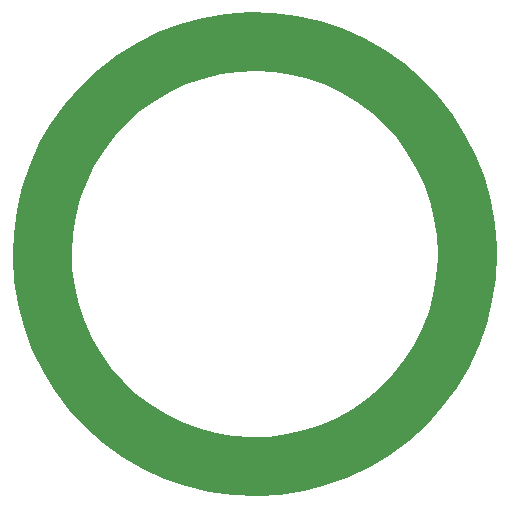
<source format=gbr>
G04 #@! TF.GenerationSoftware,KiCad,Pcbnew,(5.0-dev-4115-gdd04bcb)*
G04 #@! TF.CreationDate,2018-03-14T15:35:15-07:00*
G04 #@! TF.ProjectId,PCB-Condenser-Microphone-Clamp,5043422D436F6E64656E7365722D4D69,1*
G04 #@! TF.SameCoordinates,Original*
G04 #@! TF.FileFunction,Soldermask,Bot*
G04 #@! TF.FilePolarity,Negative*
%FSLAX46Y46*%
G04 Gerber Fmt 4.6, Leading zero omitted, Abs format (unit mm)*
G04 Created by KiCad (PCBNEW (5.0-dev-4115-gdd04bcb)) date Wednesday, March 14, 2018 at 03:35:15 PM*
%MOMM*%
%LPD*%
G01*
G04 APERTURE LIST*
%ADD10C,3.400000*%
%ADD11C,0.100000*%
G04 APERTURE END LIST*
D10*
X195500000Y-101000000D03*
D11*
G36*
X179072740Y-80560419D02*
X181059788Y-80811441D01*
X183012856Y-81255167D01*
X184913304Y-81887362D01*
X186742990Y-82701991D01*
X188484449Y-83691278D01*
X190121060Y-84845780D01*
X191637201Y-86154477D01*
X193018399Y-87604878D01*
X194251470Y-89183138D01*
X195324646Y-90874192D01*
X196227682Y-92661899D01*
X196951958Y-94529195D01*
X197490562Y-96458256D01*
X197838351Y-98430669D01*
X197992007Y-100427606D01*
X198000000Y-101000000D01*
X197902162Y-103000449D01*
X197609581Y-104981804D01*
X197125050Y-106925152D01*
X196453194Y-108811943D01*
X195600426Y-110624167D01*
X194574885Y-112344527D01*
X193386362Y-113956601D01*
X192046200Y-115445001D01*
X190567192Y-116795521D01*
X188963455Y-117995270D01*
X187250296Y-119032796D01*
X185444070Y-119898195D01*
X183562015Y-120583206D01*
X181622097Y-121081293D01*
X179642833Y-121387699D01*
X177643116Y-121499500D01*
X175642032Y-121415630D01*
X173658683Y-121136889D01*
X171712000Y-120665936D01*
X169820565Y-120007269D01*
X168002431Y-119167173D01*
X166274954Y-118153668D01*
X164654622Y-116976428D01*
X163156902Y-115646690D01*
X161796089Y-114177146D01*
X160585173Y-112581824D01*
X159535713Y-110875950D01*
X158657726Y-109075809D01*
X157959591Y-107198583D01*
X157447974Y-105262190D01*
X157127758Y-103285113D01*
X157001998Y-101286225D01*
X157019550Y-100783586D01*
X162001511Y-100783586D01*
X162054361Y-102297007D01*
X162254642Y-103798047D01*
X162600444Y-105272379D01*
X163088464Y-106705931D01*
X163714046Y-108085018D01*
X164471218Y-109396477D01*
X165352751Y-110627791D01*
X166350233Y-111767205D01*
X167454142Y-112803844D01*
X168653940Y-113727813D01*
X169938175Y-114530292D01*
X171294590Y-115203622D01*
X172710237Y-115741376D01*
X174171602Y-116138420D01*
X175664738Y-116390965D01*
X177175392Y-116496601D01*
X178689145Y-116454318D01*
X180191547Y-116264520D01*
X181668257Y-115929020D01*
X183105181Y-115451019D01*
X184488602Y-114835080D01*
X185805315Y-114087083D01*
X187042753Y-113214167D01*
X188189103Y-112224664D01*
X189233423Y-111128019D01*
X190165746Y-109934701D01*
X190977171Y-108656099D01*
X191659955Y-107304418D01*
X192207578Y-105892560D01*
X192614815Y-104434002D01*
X192877778Y-102942665D01*
X192993957Y-101432785D01*
X193000000Y-101000000D01*
X192926025Y-99487465D01*
X192704805Y-97989368D01*
X192338452Y-96520007D01*
X191830464Y-95093409D01*
X191185688Y-93723191D01*
X190410279Y-92422431D01*
X189511640Y-91203546D01*
X188498346Y-90078170D01*
X187380072Y-89057045D01*
X186167490Y-88149918D01*
X184872175Y-87365447D01*
X183506492Y-86711121D01*
X182083475Y-86193185D01*
X180616708Y-85816584D01*
X179120191Y-85584911D01*
X177608210Y-85500378D01*
X176095195Y-85563792D01*
X174595590Y-85774548D01*
X173123707Y-86130633D01*
X171693598Y-86628650D01*
X170318911Y-87263845D01*
X169012770Y-88030153D01*
X167787641Y-88920262D01*
X166655218Y-89925673D01*
X165626311Y-91036792D01*
X164710741Y-92243011D01*
X163917246Y-93532818D01*
X163253402Y-94893900D01*
X162725545Y-96313267D01*
X162338712Y-97777369D01*
X162096597Y-99272232D01*
X162001511Y-100783586D01*
X157019550Y-100783586D01*
X157071896Y-99284604D01*
X157336785Y-97299358D01*
X157794135Y-95349434D01*
X158439582Y-93453447D01*
X159266964Y-91629492D01*
X160268385Y-89894982D01*
X161434284Y-88266471D01*
X162753534Y-86759503D01*
X164213542Y-85388465D01*
X165800372Y-84166441D01*
X167498877Y-83105097D01*
X169292845Y-82214564D01*
X171165152Y-81503341D01*
X173097926Y-80978218D01*
X175072719Y-80644207D01*
X177070680Y-80504496D01*
X179072740Y-80560419D01*
X179072740Y-80560419D01*
G37*
D10*
X193088457Y-92000000D03*
X186500000Y-85411543D03*
X177500000Y-83000000D03*
X168500000Y-85411543D03*
X161911543Y-92000000D03*
X159500000Y-101000000D03*
X161911543Y-110000000D03*
X168500000Y-116588457D03*
X177500000Y-119000000D03*
X186500000Y-116588457D03*
X193088457Y-110000000D03*
M02*

</source>
